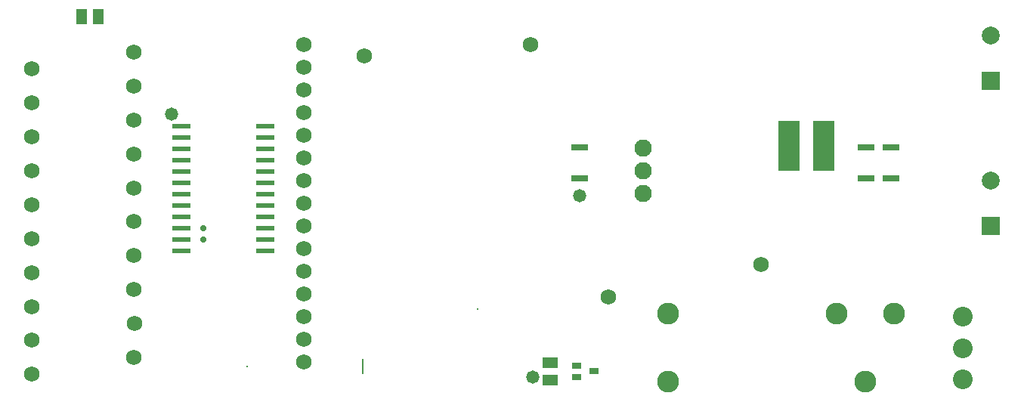
<source format=gts>
G04*
G04 #@! TF.GenerationSoftware,Altium Limited,Altium Designer,20.0.14 (345)*
G04*
G04 Layer_Color=8388736*
%FSLAX25Y25*%
%MOIN*%
G70*
G01*
G75*
%ADD15R,0.07505X0.02977*%
%ADD20R,0.07874X0.02362*%
%ADD21R,0.09265X0.22453*%
%ADD22R,0.04737X0.06509*%
%ADD23R,0.04147X0.02769*%
%ADD24R,0.06509X0.04737*%
%ADD25C,0.06800*%
%ADD26C,0.07690*%
%ADD27R,0.07887X0.07887*%
%ADD28C,0.07887*%
%ADD29C,0.08674*%
%ADD30C,0.00800*%
%ADD31O,0.00800X0.06800*%
%ADD32C,0.09658*%
%ADD33C,0.05800*%
%ADD34C,0.02800*%
D15*
X387500Y102209D02*
D03*
Y115791D02*
D03*
X376500Y102209D02*
D03*
Y115791D02*
D03*
X250000Y102209D02*
D03*
Y115791D02*
D03*
D20*
X111504Y125000D02*
D03*
Y120000D02*
D03*
Y115000D02*
D03*
Y110000D02*
D03*
Y105000D02*
D03*
Y100000D02*
D03*
Y95000D02*
D03*
Y90000D02*
D03*
Y85000D02*
D03*
Y80000D02*
D03*
Y75000D02*
D03*
Y70000D02*
D03*
X74496D02*
D03*
Y75000D02*
D03*
Y80000D02*
D03*
Y85000D02*
D03*
Y90000D02*
D03*
Y95000D02*
D03*
Y100000D02*
D03*
Y105000D02*
D03*
Y110000D02*
D03*
Y115000D02*
D03*
Y120000D02*
D03*
Y125000D02*
D03*
D21*
X357579Y116500D02*
D03*
X342421D02*
D03*
D22*
X30260Y173500D02*
D03*
X37740D02*
D03*
D23*
X256339Y17000D02*
D03*
X248661Y14441D02*
D03*
Y19559D02*
D03*
D24*
X237000Y20740D02*
D03*
Y13260D02*
D03*
D25*
X228500Y161000D02*
D03*
X155000Y156000D02*
D03*
X330000Y64000D02*
D03*
X128500Y161000D02*
D03*
Y151000D02*
D03*
Y141000D02*
D03*
Y21000D02*
D03*
Y31000D02*
D03*
Y41000D02*
D03*
Y51000D02*
D03*
Y61000D02*
D03*
Y71000D02*
D03*
Y81000D02*
D03*
Y91000D02*
D03*
Y101000D02*
D03*
Y111000D02*
D03*
Y121000D02*
D03*
Y131000D02*
D03*
X8500Y15657D02*
D03*
Y30618D02*
D03*
Y45579D02*
D03*
Y60539D02*
D03*
Y75500D02*
D03*
Y90461D02*
D03*
Y105421D02*
D03*
Y120382D02*
D03*
Y135343D02*
D03*
X53382Y23138D02*
D03*
X53594Y38098D02*
D03*
X53382Y53059D02*
D03*
Y68020D02*
D03*
Y82980D02*
D03*
Y97941D02*
D03*
Y112902D02*
D03*
Y127862D02*
D03*
X8500Y150303D02*
D03*
X53382Y142823D02*
D03*
Y157783D02*
D03*
X262588Y49637D02*
D03*
D26*
X278000Y115500D02*
D03*
Y105500D02*
D03*
Y95500D02*
D03*
D27*
X431500Y145000D02*
D03*
Y81000D02*
D03*
D28*
Y165000D02*
D03*
Y101000D02*
D03*
D29*
X419000Y13441D02*
D03*
Y27220D02*
D03*
Y41000D02*
D03*
D30*
X103319Y19134D02*
D03*
X205025Y44408D02*
D03*
D31*
X154500Y19134D02*
D03*
D32*
X289090Y42500D02*
D03*
X363500D02*
D03*
X388697D02*
D03*
X376098Y12500D02*
D03*
X289090D02*
D03*
D33*
X250000Y94500D02*
D03*
X70000Y130500D02*
D03*
X229500Y14500D02*
D03*
D34*
X84000Y75000D02*
D03*
Y80000D02*
D03*
M02*

</source>
